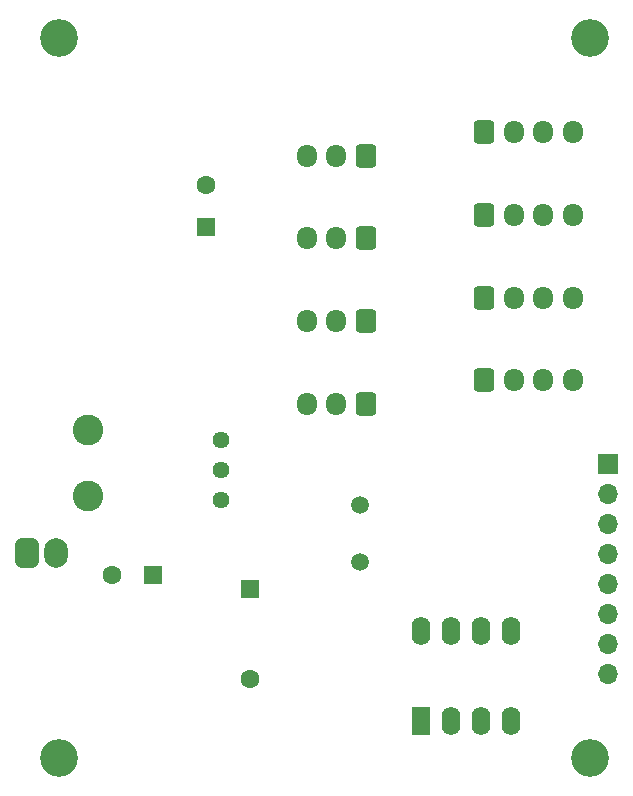
<source format=gbr>
%TF.GenerationSoftware,KiCad,Pcbnew,8.0.0-8.0.0-1~ubuntu20.04.1*%
%TF.CreationDate,2024-04-08T21:34:55+05:00*%
%TF.ProjectId,GammaAnomalain,47616d6d-6141-46e6-9f6d-616c61696e2e,rev?*%
%TF.SameCoordinates,Original*%
%TF.FileFunction,Soldermask,Bot*%
%TF.FilePolarity,Negative*%
%FSLAX46Y46*%
G04 Gerber Fmt 4.6, Leading zero omitted, Abs format (unit mm)*
G04 Created by KiCad (PCBNEW 8.0.0-8.0.0-1~ubuntu20.04.1) date 2024-04-08 21:34:55*
%MOMM*%
%LPD*%
G01*
G04 APERTURE LIST*
G04 Aperture macros list*
%AMRoundRect*
0 Rectangle with rounded corners*
0 $1 Rounding radius*
0 $2 $3 $4 $5 $6 $7 $8 $9 X,Y pos of 4 corners*
0 Add a 4 corners polygon primitive as box body*
4,1,4,$2,$3,$4,$5,$6,$7,$8,$9,$2,$3,0*
0 Add four circle primitives for the rounded corners*
1,1,$1+$1,$2,$3*
1,1,$1+$1,$4,$5*
1,1,$1+$1,$6,$7*
1,1,$1+$1,$8,$9*
0 Add four rect primitives between the rounded corners*
20,1,$1+$1,$2,$3,$4,$5,0*
20,1,$1+$1,$4,$5,$6,$7,0*
20,1,$1+$1,$6,$7,$8,$9,0*
20,1,$1+$1,$8,$9,$2,$3,0*%
G04 Aperture macros list end*
%ADD10R,1.600000X1.600000*%
%ADD11C,1.600000*%
%ADD12C,1.500000*%
%ADD13RoundRect,0.250000X0.600000X0.725000X-0.600000X0.725000X-0.600000X-0.725000X0.600000X-0.725000X0*%
%ADD14O,1.700000X1.950000*%
%ADD15RoundRect,0.250000X-0.600000X-0.725000X0.600000X-0.725000X0.600000X0.725000X-0.600000X0.725000X0*%
%ADD16C,2.600000*%
%ADD17C,3.200000*%
%ADD18R,1.600000X2.400000*%
%ADD19O,1.600000X2.400000*%
%ADD20C,1.440000*%
%ADD21RoundRect,0.500000X0.500000X-0.750000X0.500000X0.750000X-0.500000X0.750000X-0.500000X-0.750000X0*%
%ADD22O,2.000000X2.500000*%
%ADD23R,1.700000X1.700000*%
%ADD24O,1.700000X1.700000*%
G04 APERTURE END LIST*
D10*
%TO.C,C4*%
X112000000Y-99500000D03*
D11*
X108500000Y-99500000D03*
%TD*%
D12*
%TO.C,Y1*%
X129500000Y-93550000D03*
X129500000Y-98430000D03*
%TD*%
D13*
%TO.C,J4*%
X130000000Y-64000000D03*
D14*
X127500000Y-64000000D03*
X125000000Y-64000000D03*
%TD*%
D15*
%TO.C,J7*%
X140000000Y-76000000D03*
D14*
X142500000Y-76000000D03*
X145000000Y-76000000D03*
X147500000Y-76000000D03*
%TD*%
D15*
%TO.C,J6*%
X140000000Y-69000000D03*
D14*
X142500000Y-69000000D03*
X145000000Y-69000000D03*
X147500000Y-69000000D03*
%TD*%
D16*
%TO.C,L1*%
X106500000Y-92800000D03*
X106500000Y-87200000D03*
%TD*%
D17*
%TO.C,H2*%
X149000000Y-54000000D03*
%TD*%
%TO.C,H4*%
X149000000Y-115000000D03*
%TD*%
D18*
%TO.C,U4*%
X134700000Y-111825000D03*
D19*
X137240000Y-111825000D03*
X139780000Y-111825000D03*
X142320000Y-111825000D03*
X142320000Y-104205000D03*
X139780000Y-104205000D03*
X137240000Y-104205000D03*
X134700000Y-104205000D03*
%TD*%
D15*
%TO.C,J5*%
X140000000Y-62000000D03*
D14*
X142500000Y-62000000D03*
X145000000Y-62000000D03*
X147500000Y-62000000D03*
%TD*%
D10*
%TO.C,C5*%
X116500000Y-70000000D03*
D11*
X116500000Y-66500000D03*
%TD*%
D13*
%TO.C,J1*%
X130000000Y-85000000D03*
D14*
X127500000Y-85000000D03*
X125000000Y-85000000D03*
%TD*%
D13*
%TO.C,J3*%
X130000000Y-71000000D03*
D14*
X127500000Y-71000000D03*
X125000000Y-71000000D03*
%TD*%
D13*
%TO.C,J2*%
X130000000Y-78000000D03*
D14*
X127500000Y-78000000D03*
X125000000Y-78000000D03*
%TD*%
D10*
%TO.C,BZ1*%
X120200000Y-100700000D03*
D11*
X120200000Y-108300000D03*
%TD*%
D17*
%TO.C,H1*%
X104000000Y-54000000D03*
%TD*%
D15*
%TO.C,J11*%
X140000000Y-83000000D03*
D14*
X142500000Y-83000000D03*
X145000000Y-83000000D03*
X147500000Y-83000000D03*
%TD*%
D20*
%TO.C,RV1*%
X117700000Y-88100000D03*
X117700000Y-90640000D03*
X117700000Y-93180000D03*
%TD*%
D21*
%TO.C,J9*%
X101300000Y-97600000D03*
D22*
X103800000Y-97600000D03*
%TD*%
D17*
%TO.C,H3*%
X104000000Y-115000000D03*
%TD*%
D23*
%TO.C,J8*%
X150500000Y-90125000D03*
D24*
X150500000Y-92665000D03*
X150500000Y-95205000D03*
X150500000Y-97745000D03*
X150500000Y-100285000D03*
X150500000Y-102825000D03*
X150500000Y-105365000D03*
X150500000Y-107905000D03*
%TD*%
M02*

</source>
